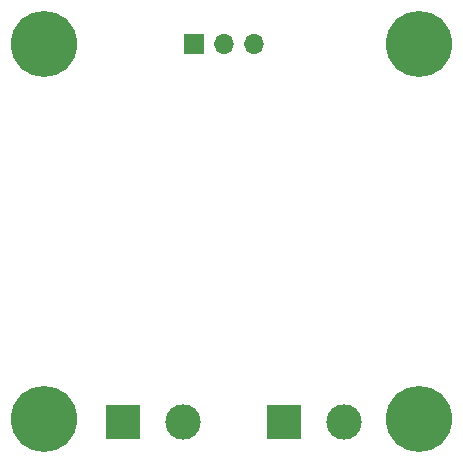
<source format=gbr>
%TF.GenerationSoftware,KiCad,Pcbnew,7.0.5*%
%TF.CreationDate,2023-09-16T15:34:49-07:00*%
%TF.ProjectId,HighSideSwitchModule,48696768-5369-4646-9553-77697463684d,rev?*%
%TF.SameCoordinates,Original*%
%TF.FileFunction,Soldermask,Bot*%
%TF.FilePolarity,Negative*%
%FSLAX46Y46*%
G04 Gerber Fmt 4.6, Leading zero omitted, Abs format (unit mm)*
G04 Created by KiCad (PCBNEW 7.0.5) date 2023-09-16 15:34:49*
%MOMM*%
%LPD*%
G01*
G04 APERTURE LIST*
%ADD10C,5.600000*%
%ADD11R,3.000000X3.000000*%
%ADD12C,3.000000*%
%ADD13R,1.700000X1.700000*%
%ADD14O,1.700000X1.700000*%
G04 APERTURE END LIST*
D10*
%TO.C,J1*%
X139700000Y-57150000D03*
%TD*%
%TO.C,J3*%
X139700000Y-88900000D03*
%TD*%
%TO.C,J4*%
X171450000Y-88900000D03*
%TD*%
D11*
%TO.C,J6*%
X160020000Y-89174500D03*
D12*
X165100000Y-89174500D03*
%TD*%
D10*
%TO.C,J2*%
X171450000Y-57150000D03*
%TD*%
D11*
%TO.C,J7*%
X146408000Y-89174500D03*
D12*
X151488000Y-89174500D03*
%TD*%
D13*
%TO.C,J5*%
X152400000Y-57150000D03*
D14*
X154940000Y-57150000D03*
X157480000Y-57150000D03*
%TD*%
M02*

</source>
